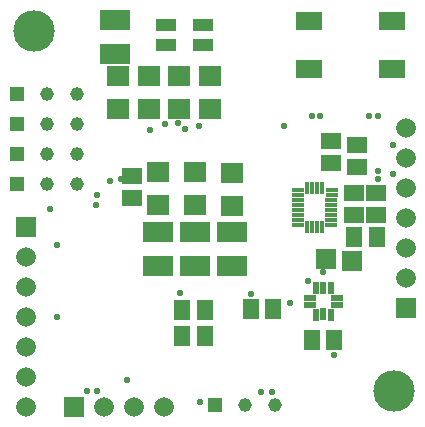
<source format=gts>
G04 Layer_Color=8388736*
%FSLAX24Y24*%
%MOIN*%
G70*
G01*
G75*
%ADD10R,0.0335X0.0109*%
%ADD11R,0.0109X0.0335*%
%ADD12R,0.0374X0.0157*%
%ADD13R,0.0157X0.0370*%
%ADD14R,0.0157X0.0374*%
%ADD45R,0.0411X0.0129*%
%ADD46R,0.0411X0.0130*%
%ADD47R,0.0409X0.0129*%
%ADD48R,0.0408X0.0129*%
%ADD49R,0.0411X0.0129*%
%ADD50R,0.0411X0.0129*%
%ADD51R,0.0408X0.0129*%
%ADD52R,0.0409X0.0130*%
%ADD53R,0.0411X0.0128*%
%ADD54R,0.0411X0.0130*%
%ADD55R,0.0405X0.0127*%
%ADD56R,0.0407X0.0130*%
%ADD57R,0.0411X0.0129*%
%ADD58R,0.0411X0.0127*%
%ADD59R,0.0408X0.0128*%
%ADD60R,0.0409X0.0130*%
%ADD61R,0.0128X0.0413*%
%ADD62R,0.0129X0.0413*%
%ADD63R,0.0129X0.0413*%
%ADD64R,0.0130X0.0413*%
%ADD65R,0.0129X0.0413*%
%ADD66R,0.0129X0.0413*%
%ADD67R,0.0129X0.0413*%
%ADD68R,0.0189X0.0390*%
%ADD69R,0.0189X0.0407*%
%ADD70R,0.0189X0.0389*%
%ADD71R,0.0413X0.0189*%
%ADD72R,0.0189X0.0388*%
%ADD73R,0.0189X0.0405*%
%ADD74R,0.0189X0.0388*%
%ADD75R,0.0413X0.0189*%
%ADD76R,0.0654X0.0654*%
%ADD77R,0.0850X0.0614*%
%ADD78R,0.0772X0.0693*%
%ADD79R,0.1008X0.0693*%
%ADD80R,0.0654X0.0575*%
%ADD81R,0.0575X0.0654*%
%ADD82R,0.0654X0.0417*%
%ADD83C,0.1378*%
%ADD84C,0.0654*%
%ADD85R,0.0463X0.0463*%
%ADD86C,0.0463*%
%ADD87R,0.0463X0.0463*%
%ADD88R,0.0654X0.0654*%
%ADD89C,0.0213*%
D10*
X9872Y7289D02*
D03*
Y7459D02*
D03*
Y7628D02*
D03*
Y7797D02*
D03*
Y7120D02*
D03*
Y6951D02*
D03*
Y6781D02*
D03*
Y6612D02*
D03*
X10994Y7289D02*
D03*
Y7459D02*
D03*
Y7628D02*
D03*
Y7797D02*
D03*
Y7120D02*
D03*
Y6951D02*
D03*
Y6781D02*
D03*
Y6612D02*
D03*
D11*
X10518Y7864D02*
D03*
X10687D02*
D03*
X10348D02*
D03*
X10179D02*
D03*
X10518Y6545D02*
D03*
X10687D02*
D03*
X10348D02*
D03*
X10179D02*
D03*
D12*
X11169Y3966D02*
D03*
X10287D02*
D03*
Y4203D02*
D03*
X11169D02*
D03*
D13*
X10965Y3640D02*
D03*
X10492D02*
D03*
X10965Y4530D02*
D03*
X10492D02*
D03*
D14*
X10728Y3644D02*
D03*
Y4526D02*
D03*
D45*
X9871Y7289D02*
D03*
D46*
X9871Y7459D02*
D03*
D47*
X9870Y7628D02*
D03*
D48*
X9869Y7798D02*
D03*
D49*
X9871Y7120D02*
D03*
D50*
X9871Y6951D02*
D03*
D51*
X9870Y6782D02*
D03*
D52*
X9870Y6612D02*
D03*
D53*
X10995Y7289D02*
D03*
D54*
X10995Y7459D02*
D03*
D55*
X10998Y7628D02*
D03*
D56*
X10998Y7797D02*
D03*
D57*
X10995Y7120D02*
D03*
D58*
X10995Y6951D02*
D03*
D59*
X10997Y6782D02*
D03*
D60*
X10997Y6612D02*
D03*
D61*
X10518Y7866D02*
D03*
D62*
X10687Y7866D02*
D03*
D63*
X10349Y7866D02*
D03*
D64*
X10179Y7866D02*
D03*
X10687Y6543D02*
D03*
D65*
X10517Y6543D02*
D03*
D66*
X10348Y6543D02*
D03*
D67*
X10179Y6543D02*
D03*
D68*
X10965Y3636D02*
D03*
D69*
X10728Y3645D02*
D03*
D70*
X10492Y3637D02*
D03*
D71*
X10285Y3966D02*
D03*
Y4203D02*
D03*
D72*
X10492Y4532D02*
D03*
D73*
X10728Y4523D02*
D03*
D74*
X10965Y4532D02*
D03*
D75*
X11171Y4203D02*
D03*
Y3966D02*
D03*
D76*
X10807Y5482D02*
D03*
X11683Y5433D02*
D03*
X13465Y3856D02*
D03*
X807Y6557D02*
D03*
D77*
X10261Y13410D02*
D03*
X13017D02*
D03*
X10261Y11836D02*
D03*
X13017D02*
D03*
D78*
X4905Y10482D02*
D03*
Y11585D02*
D03*
X3888Y10482D02*
D03*
Y11585D02*
D03*
X7677Y8366D02*
D03*
Y7264D02*
D03*
X6447Y8376D02*
D03*
Y7274D02*
D03*
X5217Y8376D02*
D03*
Y7274D02*
D03*
X5922Y10482D02*
D03*
Y11585D02*
D03*
X6939Y10482D02*
D03*
Y11585D02*
D03*
D79*
X3789Y13455D02*
D03*
Y12333D02*
D03*
X7677Y5266D02*
D03*
Y6388D02*
D03*
X6447Y5266D02*
D03*
Y6388D02*
D03*
X5217Y5266D02*
D03*
Y6388D02*
D03*
D80*
X11841Y8553D02*
D03*
Y9301D02*
D03*
X12490Y6959D02*
D03*
Y7707D02*
D03*
X11732Y6959D02*
D03*
Y7707D02*
D03*
X10984Y9427D02*
D03*
Y8679D02*
D03*
X4355Y8273D02*
D03*
Y7525D02*
D03*
D81*
X12500Y6230D02*
D03*
X11752D02*
D03*
X11083Y2805D02*
D03*
X10335D02*
D03*
X6772Y3789D02*
D03*
X6024D02*
D03*
X6772Y2928D02*
D03*
X6024D02*
D03*
X9060Y3839D02*
D03*
X8312D02*
D03*
D82*
X6713Y13278D02*
D03*
Y12608D02*
D03*
X5492Y13278D02*
D03*
Y12608D02*
D03*
D83*
X13091Y1083D02*
D03*
X1083Y13091D02*
D03*
D84*
X13465Y5856D02*
D03*
Y4856D02*
D03*
Y6856D02*
D03*
Y7856D02*
D03*
Y8856D02*
D03*
Y9856D02*
D03*
X807Y4557D02*
D03*
Y5557D02*
D03*
Y3557D02*
D03*
Y2557D02*
D03*
Y1557D02*
D03*
Y557D02*
D03*
X5420Y566D02*
D03*
X4420D02*
D03*
X3420D02*
D03*
D85*
X517Y10999D02*
D03*
Y9999D02*
D03*
Y8999D02*
D03*
Y7999D02*
D03*
D86*
X1517Y10999D02*
D03*
Y9999D02*
D03*
Y8999D02*
D03*
Y7999D02*
D03*
X2517Y10999D02*
D03*
Y9999D02*
D03*
Y8999D02*
D03*
Y7999D02*
D03*
X9100Y630D02*
D03*
X8100D02*
D03*
D87*
X7100D02*
D03*
D88*
X2420Y566D02*
D03*
D89*
X5896Y10039D02*
D03*
X3179Y7628D02*
D03*
X3189Y1083D02*
D03*
X6102Y9823D02*
D03*
X10728Y5049D02*
D03*
X5453Y10000D02*
D03*
X13050Y8326D02*
D03*
X12559Y8425D02*
D03*
Y8150D02*
D03*
X2864Y1093D02*
D03*
X6605Y714D02*
D03*
X5955Y4355D02*
D03*
X8661Y1058D02*
D03*
X9006D02*
D03*
X10217Y4764D02*
D03*
X9606Y4016D02*
D03*
X12549Y10261D02*
D03*
X4961Y9774D02*
D03*
X6565Y9921D02*
D03*
X1850Y3550D02*
D03*
Y5950D02*
D03*
X3150Y7300D02*
D03*
X1600Y7150D02*
D03*
X9400Y9916D02*
D03*
X4183Y1452D02*
D03*
X12254Y10261D02*
D03*
X10605D02*
D03*
X10335D02*
D03*
X11073Y2288D02*
D03*
X13051Y9291D02*
D03*
X3617Y8095D02*
D03*
X3986Y8169D02*
D03*
X8312Y4326D02*
D03*
M02*

</source>
